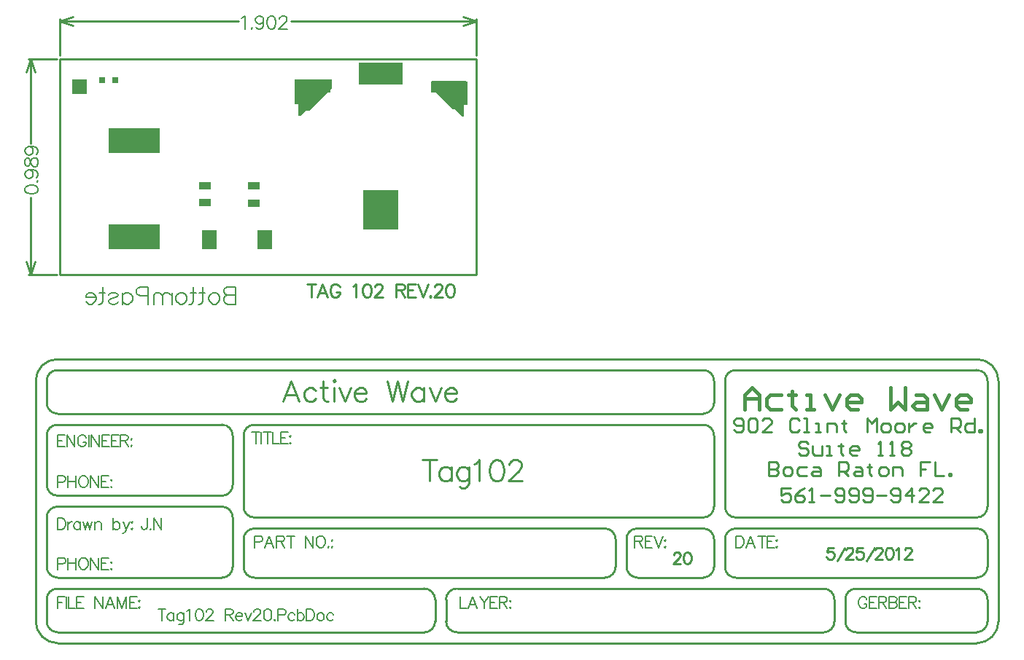
<source format=gbp>
%FSLAX25Y25*%
%MOIN*%
G70*
G01*
G75*
G04 Layer_Color=128*
%ADD10C,0.03000*%
%ADD11R,0.03600X0.03600*%
%ADD12R,0.05000X0.03600*%
%ADD13R,0.08000X0.06000*%
%ADD14R,0.02362X0.02362*%
%ADD15C,0.04000*%
%ADD16R,0.07400X0.04500*%
%ADD17R,0.03600X0.03600*%
%ADD18R,0.03600X0.05000*%
%ADD19R,0.02000X0.05000*%
%ADD20R,0.06299X0.05906*%
%ADD21R,0.02362X0.10000*%
%ADD22R,0.02362X0.09000*%
%ADD23R,0.07000X0.02362*%
%ADD24R,0.09000X0.02362*%
%ADD25O,0.02400X0.08000*%
%ADD26R,0.01378X0.03543*%
%ADD27R,0.01378X0.03543*%
%ADD28O,0.01600X0.06000*%
%ADD29O,0.01600X0.06000*%
%ADD30R,0.03000X0.03000*%
%ADD31R,0.03000X0.03000*%
%ADD32C,0.01000*%
%ADD33C,0.01228*%
%ADD34C,0.02000*%
%ADD35C,0.01200*%
%ADD36C,0.00800*%
%ADD37C,0.01400*%
%ADD38C,0.01500*%
%ADD39C,0.02500*%
%ADD40C,0.01600*%
%ADD41C,0.00600*%
%ADD42C,0.00900*%
%ADD43C,0.00500*%
%ADD44C,0.12200*%
%ADD45C,0.07000*%
%ADD46O,0.04000X0.06000*%
%ADD47C,0.06200*%
%ADD48R,0.06200X0.06200*%
%ADD49C,0.06000*%
%ADD50C,0.02800*%
%ADD51R,0.05700X0.03500*%
%ADD52R,0.07000X0.07000*%
%ADD53R,0.06693X0.09055*%
%ADD54R,0.23622X0.11811*%
%ADD55R,0.16000X0.18000*%
%ADD56R,0.20000X0.10000*%
%ADD57C,0.02000*%
%ADD58C,0.03200*%
%ADD59C,0.00984*%
%ADD60C,0.03500*%
%ADD61R,0.05500X0.07800*%
%ADD62R,0.05500X0.08300*%
G36*
X295Y7200D02*
X700D01*
Y-3400D01*
X-900D01*
Y-8500D01*
X-1700D01*
X-4900Y-5300D01*
X-5700D01*
X-13663Y2500D01*
X-15800D01*
Y7200D01*
X-15500D01*
Y7700D01*
X300D01*
X295Y7200D01*
D02*
G37*
G36*
X-61300Y4100D02*
X-61700Y3700D01*
Y2500D01*
X-62900D01*
X-71400Y-6000D01*
X-73336D01*
X-75500Y-8200D01*
X-76500D01*
Y-3100D01*
X-78200D01*
Y8200D01*
X-61300D01*
Y4100D01*
D02*
G37*
D31*
X-160200Y7900D02*
D03*
X-166200D02*
D03*
D32*
X-200000Y17800D02*
X-186900D01*
X-200000Y-81100D02*
X-186900D01*
X-199000Y-20838D02*
Y17800D01*
Y-81100D02*
Y-45662D01*
X-201000Y11800D02*
X-199000Y17800D01*
X-197000Y11800D01*
X-199000Y-81100D02*
X-197000Y-75100D01*
X-201000D02*
X-199000Y-81100D01*
X4800Y19300D02*
Y36000D01*
X-185400Y19300D02*
Y36000D01*
X-79817Y35000D02*
X4800D01*
X-185400D02*
X-103983D01*
X-1200Y37000D02*
X4800Y35000D01*
X-1200Y33000D02*
X4800Y35000D01*
X-185400D02*
X-179400Y33000D01*
X-185400Y35000D02*
X-179400Y37000D01*
X4800Y-81100D02*
Y17800D01*
X-185400D02*
X4800D01*
X-185400Y-81100D02*
X4800D01*
X-185400D02*
Y17800D01*
X-70600Y-85201D02*
Y-91200D01*
X-72600Y-85201D02*
X-68601D01*
X-63316Y-91200D02*
X-65601Y-85201D01*
X-67887Y-91200D01*
X-67030Y-89200D02*
X-64173D01*
X-57632Y-86629D02*
X-57917Y-86058D01*
X-58489Y-85487D01*
X-59060Y-85201D01*
X-60203D01*
X-60774Y-85487D01*
X-61345Y-86058D01*
X-61631Y-86629D01*
X-61917Y-87486D01*
Y-88915D01*
X-61631Y-89772D01*
X-61345Y-90343D01*
X-60774Y-90914D01*
X-60203Y-91200D01*
X-59060D01*
X-58489Y-90914D01*
X-57917Y-90343D01*
X-57632Y-89772D01*
Y-88915D01*
X-59060D02*
X-57632D01*
X-51547Y-86344D02*
X-50976Y-86058D01*
X-50119Y-85201D01*
Y-91200D01*
X-45434Y-85201D02*
X-46291Y-85487D01*
X-46863Y-86344D01*
X-47148Y-87772D01*
Y-88629D01*
X-46863Y-90057D01*
X-46291Y-90914D01*
X-45434Y-91200D01*
X-44863D01*
X-44006Y-90914D01*
X-43435Y-90057D01*
X-43149Y-88629D01*
Y-87772D01*
X-43435Y-86344D01*
X-44006Y-85487D01*
X-44863Y-85201D01*
X-45434D01*
X-41521Y-86629D02*
Y-86344D01*
X-41235Y-85773D01*
X-40950Y-85487D01*
X-40378Y-85201D01*
X-39236D01*
X-38664Y-85487D01*
X-38379Y-85773D01*
X-38093Y-86344D01*
Y-86915D01*
X-38379Y-87486D01*
X-38950Y-88344D01*
X-41807Y-91200D01*
X-37808D01*
X-31752Y-85201D02*
Y-91200D01*
Y-85201D02*
X-29181D01*
X-28324Y-85487D01*
X-28038Y-85773D01*
X-27753Y-86344D01*
Y-86915D01*
X-28038Y-87486D01*
X-28324Y-87772D01*
X-29181Y-88058D01*
X-31752D01*
X-29752D02*
X-27753Y-91200D01*
X-22696Y-85201D02*
X-26410D01*
Y-91200D01*
X-22696D01*
X-26410Y-88058D02*
X-24125D01*
X-21697Y-85201D02*
X-19411Y-91200D01*
X-17126Y-85201D02*
X-19411Y-91200D01*
X-16069Y-90629D02*
X-16355Y-90914D01*
X-16069Y-91200D01*
X-15784Y-90914D01*
X-16069Y-90629D01*
X-14184Y-86629D02*
Y-86344D01*
X-13898Y-85773D01*
X-13613Y-85487D01*
X-13041Y-85201D01*
X-11899D01*
X-11327Y-85487D01*
X-11042Y-85773D01*
X-10756Y-86344D01*
Y-86915D01*
X-11042Y-87486D01*
X-11613Y-88344D01*
X-14470Y-91200D01*
X-10470D01*
X-7414Y-85201D02*
X-8271Y-85487D01*
X-8842Y-86344D01*
X-9128Y-87772D01*
Y-88629D01*
X-8842Y-90057D01*
X-8271Y-90914D01*
X-7414Y-91200D01*
X-6843D01*
X-5986Y-90914D01*
X-5414Y-90057D01*
X-5129Y-88629D01*
Y-87772D01*
X-5414Y-86344D01*
X-5986Y-85487D01*
X-6843Y-85201D01*
X-7414D01*
X-14008Y-229618D02*
G03*
X-19008Y-224618I-5000J0D01*
G01*
X-18892Y-244618D02*
G03*
X-14010Y-239650I84J4800D01*
G01*
X-4008Y-224618D02*
G03*
X-9008Y-229618I0J-5000D01*
G01*
Y-239618D02*
G03*
X-4095Y-244617I5000J0D01*
G01*
X168492Y-229618D02*
G03*
X163492Y-224618I-5000J0D01*
G01*
X163608Y-244618D02*
G03*
X168490Y-239650I84J4800D01*
G01*
X173492Y-239718D02*
G03*
X178478Y-244617I4900J0D01*
G01*
X178492Y-224618D02*
G03*
X173492Y-229618I0J-5000D01*
G01*
X-106508Y-154518D02*
G03*
X-111408Y-149618I-4900J0D01*
G01*
X-111308Y-182118D02*
G03*
X-106508Y-177318I0J4800D01*
G01*
Y-192018D02*
G03*
X-111579Y-187121I-4900J0D01*
G01*
X-101508Y-187218D02*
G03*
X-96608Y-192118I4900J0D01*
G01*
X-101508Y-214718D02*
G03*
X-96608Y-219618I4900J0D01*
G01*
X-111408D02*
G03*
X-106508Y-214718I0J4900D01*
G01*
X68492Y-202018D02*
G03*
X63592Y-197118I-4900J0D01*
G01*
Y-219618D02*
G03*
X68491Y-214632I0J4900D01*
G01*
X73492Y-214518D02*
G03*
X78503Y-219617I5100J0D01*
G01*
X78292Y-197118D02*
G03*
X73499Y-202169I0J-4800D01*
G01*
X-96508Y-197118D02*
G03*
X-101508Y-202118I0J-5000D01*
G01*
X-96508Y-149618D02*
G03*
X-101508Y-154618I0J-5000D01*
G01*
X-191508Y-214618D02*
G03*
X-186595Y-219617I5000J0D01*
G01*
X-186508Y-187118D02*
G03*
X-191508Y-192118I0J-5000D01*
G01*
Y-177118D02*
G03*
X-186508Y-182118I5000J0D01*
G01*
Y-149618D02*
G03*
X-191508Y-154618I0J-5000D01*
G01*
Y-139618D02*
G03*
X-186508Y-144618I5000J0D01*
G01*
Y-124618D02*
G03*
X-191508Y-129618I0J-5000D01*
G01*
X113492D02*
G03*
X108492Y-124618I-5000J0D01*
G01*
X123492D02*
G03*
X118492Y-129618I0J-5000D01*
G01*
X108492Y-144618D02*
G03*
X113492Y-139618I0J5000D01*
G01*
Y-154618D02*
G03*
X108492Y-149618I-5000J0D01*
G01*
X-186508Y-224618D02*
G03*
X-191508Y-229618I0J-5000D01*
G01*
X108579Y-192118D02*
G03*
X113493Y-187118I-87J5000D01*
G01*
X-191508Y-239618D02*
G03*
X-186595Y-244617I5000J0D01*
G01*
X113492Y-202018D02*
G03*
X108592Y-197118I-4900J0D01*
G01*
X118492Y-214718D02*
G03*
X123477Y-219617I4900J0D01*
G01*
X108492Y-219618D02*
G03*
X113492Y-214618I0J5000D01*
G01*
X233492Y-244618D02*
G03*
X238492Y-239618I0J5000D01*
G01*
X238492Y-229530D02*
G03*
X233492Y-224617I-5000J-87D01*
G01*
Y-219618D02*
G03*
X238492Y-214618I0J5000D01*
G01*
Y-129518D02*
G03*
X233421Y-124621I-4900J0D01*
G01*
X243492Y-129618D02*
G03*
X233492Y-119618I-10000J0D01*
G01*
Y-249618D02*
G03*
X243492Y-239618I0J10000D01*
G01*
X-196508Y-239518D02*
G03*
X-186584Y-249616I10100J0D01*
G01*
X-186508Y-119618D02*
G03*
X-196508Y-129618I0J-10000D01*
G01*
X118492Y-187118D02*
G03*
X123492Y-192118I5000J0D01*
G01*
X233492D02*
G03*
X238492Y-187118I0J5000D01*
G01*
X123492Y-197118D02*
G03*
X118492Y-202118I0J-5000D01*
G01*
X238492Y-202018D02*
G03*
X233592Y-197118I-4900J0D01*
G01*
X-4008Y-244618D02*
X163492D01*
X-186508D02*
X-19008D01*
X-186508Y-224618D02*
X-19008D01*
X-4008D02*
X163492D01*
X178492Y-244618D02*
X233492D01*
X178492Y-224618D02*
X233492D01*
X-186508Y-124618D02*
X108492D01*
X-186508Y-249618D02*
X233492D01*
X-186508Y-119618D02*
X233492D01*
X-186508Y-219618D02*
X-111508D01*
X-186508Y-187118D02*
X-111508D01*
X-186508Y-182118D02*
X-111508D01*
X-186508Y-149618D02*
X-111508D01*
X-186508Y-144618D02*
X108492D01*
X-96508Y-149618D02*
X108492D01*
X-96508Y-197118D02*
X63492D01*
X-96508Y-219618D02*
X63492D01*
X78492D02*
X108492D01*
X78492Y-197118D02*
X108492D01*
X123492Y-219618D02*
X233492D01*
X123492Y-124618D02*
X233492D01*
X-96508Y-192118D02*
X108492D01*
X123492D02*
X233492D01*
X123492Y-197118D02*
X233492D01*
X-14008Y-239618D02*
Y-229618D01*
X-9008Y-239618D02*
Y-229618D01*
X168492Y-239618D02*
Y-229618D01*
X173492Y-239618D02*
Y-229618D01*
X243492Y-239618D02*
Y-129618D01*
X-191508Y-214618D02*
Y-192118D01*
X-106508Y-214618D02*
Y-192118D01*
X-191508Y-177118D02*
Y-154618D01*
X-106508Y-177118D02*
Y-154618D01*
X-191508Y-139618D02*
Y-129618D01*
X113492Y-139618D02*
Y-129618D01*
Y-187118D02*
Y-154618D01*
X-101508Y-187118D02*
Y-154618D01*
X68492Y-214618D02*
Y-202118D01*
X-101508Y-214618D02*
Y-202118D01*
X73492Y-214618D02*
Y-202118D01*
X113492Y-214618D02*
Y-202118D01*
X238492Y-239618D02*
Y-229618D01*
X-191508Y-239618D02*
Y-229618D01*
X-196508Y-239618D02*
Y-129618D01*
X118492Y-187118D02*
Y-129618D01*
X238492Y-187118D02*
Y-129618D01*
X118492Y-214618D02*
Y-202118D01*
X238492Y-214618D02*
Y-202018D01*
X138652Y-166692D02*
Y-173090D01*
X141851D01*
X142918Y-172023D01*
Y-170957D01*
X141851Y-169891D01*
X138652D01*
X141851D01*
X142918Y-168825D01*
Y-167758D01*
X141851Y-166692D01*
X138652D01*
X146116Y-173090D02*
X148249D01*
X149316Y-172023D01*
Y-169891D01*
X148249Y-168825D01*
X146116D01*
X145050Y-169891D01*
Y-172023D01*
X146116Y-173090D01*
X155713Y-168825D02*
X152514D01*
X151448Y-169891D01*
Y-172023D01*
X152514Y-173090D01*
X155713D01*
X158912Y-168825D02*
X161045D01*
X162111Y-169891D01*
Y-173090D01*
X158912D01*
X157846Y-172023D01*
X158912Y-170957D01*
X162111D01*
X170642Y-173090D02*
Y-166692D01*
X173841D01*
X174907Y-167758D01*
Y-169891D01*
X173841Y-170957D01*
X170642D01*
X172775D02*
X174907Y-173090D01*
X178106Y-168825D02*
X180239D01*
X181305Y-169891D01*
Y-173090D01*
X178106D01*
X177040Y-172023D01*
X178106Y-170957D01*
X181305D01*
X184504Y-167758D02*
Y-168825D01*
X183438D01*
X185570D01*
X184504D01*
Y-172023D01*
X185570Y-173090D01*
X189836D02*
X191968D01*
X193035Y-172023D01*
Y-169891D01*
X191968Y-168825D01*
X189836D01*
X188769Y-169891D01*
Y-172023D01*
X189836Y-173090D01*
X195167D02*
Y-168825D01*
X198366D01*
X199433Y-169891D01*
Y-173090D01*
X212228Y-166692D02*
X207963D01*
Y-169891D01*
X210096D01*
X207963D01*
Y-173090D01*
X214361Y-166692D02*
Y-173090D01*
X218626D01*
X220759D02*
Y-172023D01*
X221825D01*
Y-173090D01*
X220759D01*
X122652Y-152023D02*
X123719Y-153090D01*
X125851D01*
X126918Y-152023D01*
Y-147758D01*
X125851Y-146692D01*
X123719D01*
X122652Y-147758D01*
Y-148825D01*
X123719Y-149891D01*
X126918D01*
X129050Y-147758D02*
X130116Y-146692D01*
X132249D01*
X133316Y-147758D01*
Y-152023D01*
X132249Y-153090D01*
X130116D01*
X129050Y-152023D01*
Y-147758D01*
X139713Y-153090D02*
X135448D01*
X139713Y-148825D01*
Y-147758D01*
X138647Y-146692D01*
X136514D01*
X135448Y-147758D01*
X152509D02*
X151443Y-146692D01*
X149310D01*
X148244Y-147758D01*
Y-152023D01*
X149310Y-153090D01*
X151443D01*
X152509Y-152023D01*
X154642Y-153090D02*
X156774D01*
X155708D01*
Y-146692D01*
X154642D01*
X159974Y-153090D02*
X162106D01*
X161040D01*
Y-148825D01*
X159974D01*
X165305Y-153090D02*
Y-148825D01*
X168504D01*
X169570Y-149891D01*
Y-153090D01*
X172769Y-147758D02*
Y-148825D01*
X171703D01*
X173836D01*
X172769D01*
Y-152023D01*
X173836Y-153090D01*
X183433D02*
Y-146692D01*
X185565Y-148825D01*
X187698Y-146692D01*
Y-153090D01*
X190897D02*
X193029D01*
X194096Y-152023D01*
Y-149891D01*
X193029Y-148825D01*
X190897D01*
X189831Y-149891D01*
Y-152023D01*
X190897Y-153090D01*
X197295D02*
X199427D01*
X200494Y-152023D01*
Y-149891D01*
X199427Y-148825D01*
X197295D01*
X196228Y-149891D01*
Y-152023D01*
X197295Y-153090D01*
X202626Y-148825D02*
Y-153090D01*
Y-150957D01*
X203693Y-149891D01*
X204759Y-148825D01*
X205825D01*
X212223Y-153090D02*
X210091D01*
X209024Y-152023D01*
Y-149891D01*
X210091Y-148825D01*
X212223D01*
X213290Y-149891D01*
Y-150957D01*
X209024D01*
X221820Y-153090D02*
Y-146692D01*
X225019D01*
X226085Y-147758D01*
Y-149891D01*
X225019Y-150957D01*
X221820D01*
X223953D02*
X226085Y-153090D01*
X232483Y-146692D02*
Y-153090D01*
X229284D01*
X228218Y-152023D01*
Y-149891D01*
X229284Y-148825D01*
X232483D01*
X234616Y-153090D02*
Y-152023D01*
X235682D01*
Y-153090D01*
X234616D01*
X148417Y-178692D02*
X144152D01*
Y-181891D01*
X146285Y-180824D01*
X147351D01*
X148417Y-181891D01*
Y-184023D01*
X147351Y-185090D01*
X145219D01*
X144152Y-184023D01*
X154815Y-178692D02*
X152683Y-179758D01*
X150550Y-181891D01*
Y-184023D01*
X151617Y-185090D01*
X153749D01*
X154815Y-184023D01*
Y-182957D01*
X153749Y-181891D01*
X150550D01*
X156948Y-185090D02*
X159081D01*
X158014D01*
Y-178692D01*
X156948Y-179758D01*
X162280Y-181891D02*
X166545D01*
X168678Y-184023D02*
X169744Y-185090D01*
X171877D01*
X172943Y-184023D01*
Y-179758D01*
X171877Y-178692D01*
X169744D01*
X168678Y-179758D01*
Y-180824D01*
X169744Y-181891D01*
X172943D01*
X175076Y-184023D02*
X176142Y-185090D01*
X178275D01*
X179341Y-184023D01*
Y-179758D01*
X178275Y-178692D01*
X176142D01*
X175076Y-179758D01*
Y-180824D01*
X176142Y-181891D01*
X179341D01*
X181474Y-184023D02*
X182540Y-185090D01*
X184672D01*
X185739Y-184023D01*
Y-179758D01*
X184672Y-178692D01*
X182540D01*
X181474Y-179758D01*
Y-180824D01*
X182540Y-181891D01*
X185739D01*
X187871D02*
X192137D01*
X194269Y-184023D02*
X195336Y-185090D01*
X197468D01*
X198535Y-184023D01*
Y-179758D01*
X197468Y-178692D01*
X195336D01*
X194269Y-179758D01*
Y-180824D01*
X195336Y-181891D01*
X198535D01*
X203866Y-185090D02*
Y-178692D01*
X200667Y-181891D01*
X204933D01*
X211331Y-185090D02*
X207065D01*
X211331Y-180824D01*
Y-179758D01*
X210264Y-178692D01*
X208132D01*
X207065Y-179758D01*
X217728Y-185090D02*
X213463D01*
X217728Y-180824D01*
Y-179758D01*
X216662Y-178692D01*
X214529D01*
X213463Y-179758D01*
X156418Y-158258D02*
X155351Y-157192D01*
X153219D01*
X152152Y-158258D01*
Y-159325D01*
X153219Y-160391D01*
X155351D01*
X156418Y-161457D01*
Y-162523D01*
X155351Y-163590D01*
X153219D01*
X152152Y-162523D01*
X158550Y-159325D02*
Y-162523D01*
X159616Y-163590D01*
X162815D01*
Y-159325D01*
X164948Y-163590D02*
X167081D01*
X166014D01*
Y-159325D01*
X164948D01*
X171346Y-158258D02*
Y-159325D01*
X170280D01*
X172412D01*
X171346D01*
Y-162523D01*
X172412Y-163590D01*
X178810D02*
X176678D01*
X175611Y-162523D01*
Y-160391D01*
X176678Y-159325D01*
X178810D01*
X179877Y-160391D01*
Y-161457D01*
X175611D01*
X188407Y-163590D02*
X190540D01*
X189473D01*
Y-157192D01*
X188407Y-158258D01*
X193739Y-163590D02*
X195871D01*
X194805D01*
Y-157192D01*
X193739Y-158258D01*
X199070D02*
X200137Y-157192D01*
X202269D01*
X203336Y-158258D01*
Y-159325D01*
X202269Y-160391D01*
X203336Y-161457D01*
Y-162523D01*
X202269Y-163590D01*
X200137D01*
X199070Y-162523D01*
Y-161457D01*
X200137Y-160391D01*
X199070Y-159325D01*
Y-158258D01*
X200137Y-160391D02*
X202269D01*
D36*
X-105300Y-86502D02*
Y-94500D01*
Y-86502D02*
X-108728D01*
X-109871Y-86883D01*
X-110251Y-87264D01*
X-110632Y-88025D01*
Y-88787D01*
X-110251Y-89549D01*
X-109871Y-89929D01*
X-108728Y-90310D01*
X-105300D02*
X-108728D01*
X-109871Y-90691D01*
X-110251Y-91072D01*
X-110632Y-91834D01*
Y-92976D01*
X-110251Y-93738D01*
X-109871Y-94119D01*
X-108728Y-94500D01*
X-105300D01*
X-114327Y-89168D02*
X-113565Y-89549D01*
X-112803Y-90310D01*
X-112422Y-91453D01*
Y-92215D01*
X-112803Y-93357D01*
X-113565Y-94119D01*
X-114327Y-94500D01*
X-115469D01*
X-116231Y-94119D01*
X-116993Y-93357D01*
X-117374Y-92215D01*
Y-91453D01*
X-116993Y-90310D01*
X-116231Y-89549D01*
X-115469Y-89168D01*
X-114327D01*
X-120268Y-86502D02*
Y-92976D01*
X-120649Y-94119D01*
X-121411Y-94500D01*
X-122173D01*
X-119126Y-89168D02*
X-121792D01*
X-124458Y-86502D02*
Y-92976D01*
X-124839Y-94119D01*
X-125600Y-94500D01*
X-126362D01*
X-123315Y-89168D02*
X-125981D01*
X-129409D02*
X-128647Y-89549D01*
X-127886Y-90310D01*
X-127505Y-91453D01*
Y-92215D01*
X-127886Y-93357D01*
X-128647Y-94119D01*
X-129409Y-94500D01*
X-130552D01*
X-131314Y-94119D01*
X-132075Y-93357D01*
X-132456Y-92215D01*
Y-91453D01*
X-132075Y-90310D01*
X-131314Y-89549D01*
X-130552Y-89168D01*
X-129409D01*
X-134208D02*
Y-94500D01*
Y-90691D02*
X-135351Y-89549D01*
X-136112Y-89168D01*
X-137255D01*
X-138017Y-89549D01*
X-138398Y-90691D01*
Y-94500D01*
Y-90691D02*
X-139540Y-89549D01*
X-140302Y-89168D01*
X-141445D01*
X-142206Y-89549D01*
X-142587Y-90691D01*
Y-94500D01*
X-145101Y-90691D02*
X-148529D01*
X-149671Y-90310D01*
X-150052Y-89929D01*
X-150433Y-89168D01*
Y-88025D01*
X-150052Y-87264D01*
X-149671Y-86883D01*
X-148529Y-86502D01*
X-145101D01*
Y-94500D01*
X-156794Y-89168D02*
Y-94500D01*
Y-90310D02*
X-156032Y-89549D01*
X-155270Y-89168D01*
X-154128D01*
X-153366Y-89549D01*
X-152604Y-90310D01*
X-152223Y-91453D01*
Y-92215D01*
X-152604Y-93357D01*
X-153366Y-94119D01*
X-154128Y-94500D01*
X-155270D01*
X-156032Y-94119D01*
X-156794Y-93357D01*
X-163116Y-90310D02*
X-162735Y-89549D01*
X-161593Y-89168D01*
X-160450D01*
X-159308Y-89549D01*
X-158927Y-90310D01*
X-159308Y-91072D01*
X-160069Y-91453D01*
X-161974Y-91834D01*
X-162735Y-92215D01*
X-163116Y-92976D01*
Y-93357D01*
X-162735Y-94119D01*
X-161593Y-94500D01*
X-160450D01*
X-159308Y-94119D01*
X-158927Y-93357D01*
X-165935Y-86502D02*
Y-92976D01*
X-166315Y-94119D01*
X-167077Y-94500D01*
X-167839D01*
X-164792Y-89168D02*
X-167458D01*
X-168982Y-91453D02*
X-173552D01*
Y-90691D01*
X-173171Y-89929D01*
X-172790Y-89549D01*
X-172029Y-89168D01*
X-170886D01*
X-170124Y-89549D01*
X-169362Y-90310D01*
X-168982Y-91453D01*
Y-92215D01*
X-169362Y-93357D01*
X-170124Y-94119D01*
X-170886Y-94500D01*
X-172029D01*
X-172790Y-94119D01*
X-173552Y-93357D01*
X-145672Y-192391D02*
Y-196454D01*
X-145926Y-197215D01*
X-146180Y-197469D01*
X-146688Y-197723D01*
X-147196D01*
X-147704Y-197469D01*
X-147958Y-197215D01*
X-148212Y-196454D01*
Y-195946D01*
X-144047Y-197215D02*
X-144301Y-197469D01*
X-144047Y-197723D01*
X-143793Y-197469D01*
X-144047Y-197215D01*
X-142625Y-192391D02*
Y-197723D01*
Y-192391D02*
X-139070Y-197723D01*
Y-192391D02*
Y-197723D01*
D38*
X127652Y-142590D02*
Y-135925D01*
X130984Y-132593D01*
X134317Y-135925D01*
Y-142590D01*
Y-137591D01*
X127652D01*
X144314Y-135925D02*
X139315D01*
X137649Y-137591D01*
Y-140924D01*
X139315Y-142590D01*
X144314D01*
X149312Y-134259D02*
Y-135925D01*
X147646D01*
X150978D01*
X149312D01*
Y-140924D01*
X150978Y-142590D01*
X155976D02*
X159309D01*
X157643D01*
Y-135925D01*
X155976D01*
X164307D02*
X167639Y-142590D01*
X170972Y-135925D01*
X179302Y-142590D02*
X175970D01*
X174304Y-140924D01*
Y-137591D01*
X175970Y-135925D01*
X179302D01*
X180968Y-137591D01*
Y-139258D01*
X174304D01*
X194297Y-132593D02*
Y-142590D01*
X197630Y-139258D01*
X200962Y-142590D01*
Y-132593D01*
X205960Y-135925D02*
X209293D01*
X210959Y-137591D01*
Y-142590D01*
X205960D01*
X204294Y-140924D01*
X205960Y-139258D01*
X210959D01*
X214291Y-135925D02*
X217623Y-142590D01*
X220955Y-135925D01*
X229286Y-142590D02*
X225954D01*
X224288Y-140924D01*
Y-137591D01*
X225954Y-135925D01*
X229286D01*
X230952Y-137591D01*
Y-139258D01*
X224288D01*
D41*
X-201399Y-42348D02*
X-201114Y-43205D01*
X-200257Y-43776D01*
X-198828Y-44062D01*
X-197971D01*
X-196543Y-43776D01*
X-195686Y-43205D01*
X-195401Y-42348D01*
Y-41777D01*
X-195686Y-40920D01*
X-196543Y-40349D01*
X-197971Y-40063D01*
X-198828D01*
X-200257Y-40349D01*
X-201114Y-40920D01*
X-201399Y-41777D01*
Y-42348D01*
X-195972Y-38435D02*
X-195686Y-38720D01*
X-195401Y-38435D01*
X-195686Y-38149D01*
X-195972Y-38435D01*
X-199400Y-33121D02*
X-198543Y-33407D01*
X-197971Y-33978D01*
X-197686Y-34835D01*
Y-35121D01*
X-197971Y-35978D01*
X-198543Y-36549D01*
X-199400Y-36835D01*
X-199685D01*
X-200542Y-36549D01*
X-201114Y-35978D01*
X-201399Y-35121D01*
Y-34835D01*
X-201114Y-33978D01*
X-200542Y-33407D01*
X-199400Y-33121D01*
X-197971D01*
X-196543Y-33407D01*
X-195686Y-33978D01*
X-195401Y-34835D01*
Y-35407D01*
X-195686Y-36264D01*
X-196258Y-36549D01*
X-201399Y-30065D02*
X-201114Y-30922D01*
X-200542Y-31208D01*
X-199971D01*
X-199400Y-30922D01*
X-199114Y-30351D01*
X-198828Y-29208D01*
X-198543Y-28351D01*
X-197971Y-27780D01*
X-197400Y-27494D01*
X-196543D01*
X-195972Y-27780D01*
X-195686Y-28065D01*
X-195401Y-28922D01*
Y-30065D01*
X-195686Y-30922D01*
X-195972Y-31208D01*
X-196543Y-31493D01*
X-197400D01*
X-197971Y-31208D01*
X-198543Y-30636D01*
X-198828Y-29779D01*
X-199114Y-28637D01*
X-199400Y-28065D01*
X-199971Y-27780D01*
X-200542D01*
X-201114Y-28065D01*
X-201399Y-28922D01*
Y-30065D01*
X-199400Y-22438D02*
X-198543Y-22724D01*
X-197971Y-23295D01*
X-197686Y-24152D01*
Y-24438D01*
X-197971Y-25295D01*
X-198543Y-25866D01*
X-199400Y-26151D01*
X-199685D01*
X-200542Y-25866D01*
X-201114Y-25295D01*
X-201399Y-24438D01*
Y-24152D01*
X-201114Y-23295D01*
X-200542Y-22724D01*
X-199400Y-22438D01*
X-197971D01*
X-196543Y-22724D01*
X-195686Y-23295D01*
X-195401Y-24152D01*
Y-24723D01*
X-195686Y-25580D01*
X-196258Y-25866D01*
X-102383Y36257D02*
X-101812Y36542D01*
X-100955Y37399D01*
Y31401D01*
X-97699Y31972D02*
X-97984Y31686D01*
X-97699Y31401D01*
X-97413Y31686D01*
X-97699Y31972D01*
X-92386Y35400D02*
X-92671Y34543D01*
X-93243Y33972D01*
X-94099Y33686D01*
X-94385D01*
X-95242Y33972D01*
X-95814Y34543D01*
X-96099Y35400D01*
Y35685D01*
X-95814Y36542D01*
X-95242Y37114D01*
X-94385Y37399D01*
X-94099D01*
X-93243Y37114D01*
X-92671Y36542D01*
X-92386Y35400D01*
Y33972D01*
X-92671Y32543D01*
X-93243Y31686D01*
X-94099Y31401D01*
X-94671D01*
X-95528Y31686D01*
X-95814Y32258D01*
X-89043Y37399D02*
X-89900Y37114D01*
X-90472Y36257D01*
X-90757Y34828D01*
Y33972D01*
X-90472Y32543D01*
X-89900Y31686D01*
X-89043Y31401D01*
X-88472D01*
X-87615Y31686D01*
X-87044Y32543D01*
X-86758Y33972D01*
Y34828D01*
X-87044Y36257D01*
X-87615Y37114D01*
X-88472Y37399D01*
X-89043D01*
X-85130Y35971D02*
Y36257D01*
X-84844Y36828D01*
X-84559Y37114D01*
X-83987Y37399D01*
X-82845D01*
X-82274Y37114D01*
X-81988Y36828D01*
X-81702Y36257D01*
Y35685D01*
X-81988Y35114D01*
X-82559Y34257D01*
X-85416Y31401D01*
X-81416D01*
D42*
X-16501Y-165802D02*
Y-175400D01*
X-19700Y-165802D02*
X-13301D01*
X-6674Y-169001D02*
Y-175400D01*
Y-170372D02*
X-7588Y-169458D01*
X-8502Y-169001D01*
X-9873D01*
X-10788Y-169458D01*
X-11702Y-170372D01*
X-12159Y-171744D01*
Y-172658D01*
X-11702Y-174029D01*
X-10788Y-174943D01*
X-9873Y-175400D01*
X-8502D01*
X-7588Y-174943D01*
X-6674Y-174029D01*
X1370Y-169001D02*
Y-176314D01*
X913Y-177685D01*
X456Y-178142D01*
X-458Y-178599D01*
X-1830D01*
X-2744Y-178142D01*
X1370Y-170372D02*
X456Y-169458D01*
X-458Y-169001D01*
X-1830D01*
X-2744Y-169458D01*
X-3658Y-170372D01*
X-4115Y-171744D01*
Y-172658D01*
X-3658Y-174029D01*
X-2744Y-174943D01*
X-1830Y-175400D01*
X-458D01*
X456Y-174943D01*
X1370Y-174029D01*
X3929Y-167630D02*
X4843Y-167173D01*
X6214Y-165802D01*
Y-175400D01*
X13710Y-165802D02*
X12339Y-166259D01*
X11425Y-167630D01*
X10968Y-169915D01*
Y-171287D01*
X11425Y-173572D01*
X12339Y-174943D01*
X13710Y-175400D01*
X14624D01*
X15995Y-174943D01*
X16909Y-173572D01*
X17366Y-171287D01*
Y-169915D01*
X16909Y-167630D01*
X15995Y-166259D01*
X14624Y-165802D01*
X13710D01*
X19972Y-168087D02*
Y-167630D01*
X20428Y-166716D01*
X20886Y-166259D01*
X21800Y-165802D01*
X23628D01*
X24542Y-166259D01*
X24999Y-166716D01*
X25456Y-167630D01*
Y-168544D01*
X24999Y-169458D01*
X24085Y-170829D01*
X19514Y-175400D01*
X25913D01*
X-76195Y-139118D02*
X-79852Y-129520D01*
X-83508Y-139118D01*
X-82137Y-135918D02*
X-77566D01*
X-68471Y-134090D02*
X-69385Y-133176D01*
X-70300Y-132719D01*
X-71671D01*
X-72585Y-133176D01*
X-73499Y-134090D01*
X-73956Y-135461D01*
Y-136375D01*
X-73499Y-137747D01*
X-72585Y-138661D01*
X-71671Y-139118D01*
X-70300D01*
X-69385Y-138661D01*
X-68471Y-137747D01*
X-65043Y-129520D02*
Y-137290D01*
X-64586Y-138661D01*
X-63672Y-139118D01*
X-62758D01*
X-66415Y-132719D02*
X-63215D01*
X-60473Y-129520D02*
X-60016Y-129977D01*
X-59559Y-129520D01*
X-60016Y-129063D01*
X-60473Y-129520D01*
X-60016Y-132719D02*
Y-139118D01*
X-57868Y-132719D02*
X-55126Y-139118D01*
X-52383Y-132719D02*
X-55126Y-139118D01*
X-50829Y-135461D02*
X-45345D01*
Y-134547D01*
X-45802Y-133633D01*
X-46259Y-133176D01*
X-47173Y-132719D01*
X-48544D01*
X-49458Y-133176D01*
X-50372Y-134090D01*
X-50829Y-135461D01*
Y-136375D01*
X-50372Y-137747D01*
X-49458Y-138661D01*
X-48544Y-139118D01*
X-47173D01*
X-46259Y-138661D01*
X-45345Y-137747D01*
X-35747Y-129520D02*
X-33462Y-139118D01*
X-31176Y-129520D02*
X-33462Y-139118D01*
X-31176Y-129520D02*
X-28891Y-139118D01*
X-26606Y-129520D02*
X-28891Y-139118D01*
X-19202Y-132719D02*
Y-139118D01*
Y-134090D02*
X-20116Y-133176D01*
X-21030Y-132719D01*
X-22401D01*
X-23315Y-133176D01*
X-24229Y-134090D01*
X-24686Y-135461D01*
Y-136375D01*
X-24229Y-137747D01*
X-23315Y-138661D01*
X-22401Y-139118D01*
X-21030D01*
X-20116Y-138661D01*
X-19202Y-137747D01*
X-16642Y-132719D02*
X-13900Y-139118D01*
X-11158Y-132719D02*
X-13900Y-139118D01*
X-9604Y-135461D02*
X-4119D01*
Y-134547D01*
X-4576Y-133633D01*
X-5034Y-133176D01*
X-5948Y-132719D01*
X-7319D01*
X-8233Y-133176D01*
X-9147Y-134090D01*
X-9604Y-135461D01*
Y-136375D01*
X-9147Y-137747D01*
X-8233Y-138661D01*
X-7319Y-139118D01*
X-5948D01*
X-5034Y-138661D01*
X-4119Y-137747D01*
X94996Y-209305D02*
Y-209051D01*
X95250Y-208543D01*
X95504Y-208289D01*
X96012Y-208035D01*
X97027D01*
X97535Y-208289D01*
X97789Y-208543D01*
X98043Y-209051D01*
Y-209559D01*
X97789Y-210067D01*
X97281Y-210828D01*
X94742Y-213368D01*
X98297D01*
X101014Y-208035D02*
X100252Y-208289D01*
X99744Y-209051D01*
X99490Y-210321D01*
Y-211083D01*
X99744Y-212352D01*
X100252Y-213114D01*
X101014Y-213368D01*
X101522D01*
X102283Y-213114D01*
X102791Y-212352D01*
X103045Y-211083D01*
Y-210321D01*
X102791Y-209051D01*
X102283Y-208289D01*
X101522Y-208035D01*
X101014D01*
X168016Y-205831D02*
X165477D01*
X165223Y-208117D01*
X165477Y-207863D01*
X166239Y-207609D01*
X167000D01*
X167762Y-207863D01*
X168270Y-208370D01*
X168524Y-209132D01*
Y-209640D01*
X168270Y-210402D01*
X167762Y-210910D01*
X167000Y-211164D01*
X166239D01*
X165477Y-210910D01*
X165223Y-210656D01*
X164969Y-210148D01*
X169717Y-211925D02*
X173272Y-205831D01*
X173882Y-207101D02*
Y-206847D01*
X174135Y-206339D01*
X174389Y-206085D01*
X174897Y-205831D01*
X175913D01*
X176421Y-206085D01*
X176675Y-206339D01*
X176929Y-206847D01*
Y-207355D01*
X176675Y-207863D01*
X176167Y-208624D01*
X173628Y-211164D01*
X177182D01*
X181423Y-205831D02*
X178884D01*
X178630Y-208117D01*
X178884Y-207863D01*
X179646Y-207609D01*
X180407D01*
X181169Y-207863D01*
X181677Y-208370D01*
X181931Y-209132D01*
Y-209640D01*
X181677Y-210402D01*
X181169Y-210910D01*
X180407Y-211164D01*
X179646D01*
X178884Y-210910D01*
X178630Y-210656D01*
X178376Y-210148D01*
X183124Y-211925D02*
X186679Y-205831D01*
X187288Y-207101D02*
Y-206847D01*
X187542Y-206339D01*
X187796Y-206085D01*
X188304Y-205831D01*
X189320D01*
X189828Y-206085D01*
X190082Y-206339D01*
X190335Y-206847D01*
Y-207355D01*
X190082Y-207863D01*
X189574Y-208624D01*
X187034Y-211164D01*
X190589D01*
X193306Y-205831D02*
X192544Y-206085D01*
X192037Y-206847D01*
X191783Y-208117D01*
Y-208878D01*
X192037Y-210148D01*
X192544Y-210910D01*
X193306Y-211164D01*
X193814D01*
X194576Y-210910D01*
X195084Y-210148D01*
X195338Y-208878D01*
Y-208117D01*
X195084Y-206847D01*
X194576Y-206085D01*
X193814Y-205831D01*
X193306D01*
X196531Y-206847D02*
X197039Y-206593D01*
X197801Y-205831D01*
Y-211164D01*
X200695Y-207101D02*
Y-206847D01*
X200949Y-206339D01*
X201203Y-206085D01*
X201711Y-205831D01*
X202727D01*
X203234Y-206085D01*
X203488Y-206339D01*
X203742Y-206847D01*
Y-207355D01*
X203488Y-207863D01*
X202980Y-208624D01*
X200441Y-211164D01*
X203996D01*
D43*
X183301Y-229555D02*
X183047Y-229047D01*
X182539Y-228539D01*
X182031Y-228286D01*
X181016D01*
X180508Y-228539D01*
X180000Y-229047D01*
X179746Y-229555D01*
X179492Y-230317D01*
Y-231586D01*
X179746Y-232348D01*
X180000Y-232856D01*
X180508Y-233364D01*
X181016Y-233618D01*
X182031D01*
X182539Y-233364D01*
X183047Y-232856D01*
X183301Y-232348D01*
Y-231586D01*
X182031D02*
X183301D01*
X187820Y-228286D02*
X184520D01*
Y-233618D01*
X187820D01*
X184520Y-230825D02*
X186551D01*
X188709Y-228286D02*
Y-233618D01*
Y-228286D02*
X190994D01*
X191756Y-228539D01*
X192010Y-228793D01*
X192264Y-229301D01*
Y-229809D01*
X192010Y-230317D01*
X191756Y-230571D01*
X190994Y-230825D01*
X188709D01*
X190487D02*
X192264Y-233618D01*
X193457Y-228286D02*
Y-233618D01*
Y-228286D02*
X195743D01*
X196504Y-228539D01*
X196758Y-228793D01*
X197012Y-229301D01*
Y-229809D01*
X196758Y-230317D01*
X196504Y-230571D01*
X195743Y-230825D01*
X193457D02*
X195743D01*
X196504Y-231079D01*
X196758Y-231332D01*
X197012Y-231840D01*
Y-232602D01*
X196758Y-233110D01*
X196504Y-233364D01*
X195743Y-233618D01*
X193457D01*
X201506Y-228286D02*
X198205D01*
Y-233618D01*
X201506D01*
X198205Y-230825D02*
X200237D01*
X202395Y-228286D02*
Y-233618D01*
Y-228286D02*
X204680D01*
X205442Y-228539D01*
X205696Y-228793D01*
X205950Y-229301D01*
Y-229809D01*
X205696Y-230317D01*
X205442Y-230571D01*
X204680Y-230825D01*
X202395D01*
X204173D02*
X205950Y-233618D01*
X207397Y-230063D02*
X207143Y-230317D01*
X207397Y-230571D01*
X207651Y-230317D01*
X207397Y-230063D01*
Y-233110D02*
X207143Y-233364D01*
X207397Y-233618D01*
X207651Y-233364D01*
X207397Y-233110D01*
X-186508Y-228286D02*
Y-233618D01*
Y-228286D02*
X-183207D01*
X-186508Y-230825D02*
X-184477D01*
X-182598Y-228286D02*
Y-233618D01*
X-181481Y-228286D02*
Y-233618D01*
X-178434D01*
X-174549Y-228286D02*
X-177849D01*
Y-233618D01*
X-174549D01*
X-177849Y-230825D02*
X-175818D01*
X-169470Y-228286D02*
Y-233618D01*
Y-228286D02*
X-165916Y-233618D01*
Y-228286D02*
Y-233618D01*
X-160380D02*
X-162411Y-228286D01*
X-164443Y-233618D01*
X-163681Y-231840D02*
X-161142D01*
X-159136Y-228286D02*
Y-233618D01*
Y-228286D02*
X-157105Y-233618D01*
X-155073Y-228286D02*
X-157105Y-233618D01*
X-155073Y-228286D02*
Y-233618D01*
X-150249Y-228286D02*
X-153550D01*
Y-233618D01*
X-150249D01*
X-153550Y-230825D02*
X-151518D01*
X-149106Y-230063D02*
X-149360Y-230317D01*
X-149106Y-230571D01*
X-148852Y-230317D01*
X-149106Y-230063D01*
Y-233110D02*
X-149360Y-233364D01*
X-149106Y-233618D01*
X-148852Y-233364D01*
X-149106Y-233110D01*
X-186508Y-192286D02*
Y-197618D01*
Y-192286D02*
X-184731D01*
X-183969Y-192539D01*
X-183461Y-193047D01*
X-183207Y-193555D01*
X-182953Y-194317D01*
Y-195586D01*
X-183207Y-196348D01*
X-183461Y-196856D01*
X-183969Y-197364D01*
X-184731Y-197618D01*
X-186508D01*
X-181760Y-194063D02*
Y-197618D01*
Y-195586D02*
X-181506Y-194825D01*
X-180998Y-194317D01*
X-180490Y-194063D01*
X-179728D01*
X-176199D02*
Y-197618D01*
Y-194825D02*
X-176707Y-194317D01*
X-177215Y-194063D01*
X-177976D01*
X-178484Y-194317D01*
X-178992Y-194825D01*
X-179246Y-195586D01*
Y-196094D01*
X-178992Y-196856D01*
X-178484Y-197364D01*
X-177976Y-197618D01*
X-177215D01*
X-176707Y-197364D01*
X-176199Y-196856D01*
X-174777Y-194063D02*
X-173761Y-197618D01*
X-172746Y-194063D02*
X-173761Y-197618D01*
X-172746Y-194063D02*
X-171730Y-197618D01*
X-170714Y-194063D02*
X-171730Y-197618D01*
X-169470Y-194063D02*
Y-197618D01*
Y-195079D02*
X-168709Y-194317D01*
X-168201Y-194063D01*
X-167439D01*
X-166931Y-194317D01*
X-166677Y-195079D01*
Y-197618D01*
X-161091Y-192286D02*
Y-197618D01*
Y-194825D02*
X-160583Y-194317D01*
X-160075Y-194063D01*
X-159314D01*
X-158806Y-194317D01*
X-158298Y-194825D01*
X-158044Y-195586D01*
Y-196094D01*
X-158298Y-196856D01*
X-158806Y-197364D01*
X-159314Y-197618D01*
X-160075D01*
X-160583Y-197364D01*
X-161091Y-196856D01*
X-156648Y-194063D02*
X-155124Y-197618D01*
X-153601Y-194063D02*
X-155124Y-197618D01*
X-155632Y-198633D01*
X-156140Y-199141D01*
X-156648Y-199395D01*
X-156902D01*
X-152458Y-194063D02*
X-152712Y-194317D01*
X-152458Y-194571D01*
X-152204Y-194317D01*
X-152458Y-194063D01*
Y-197110D02*
X-152712Y-197364D01*
X-152458Y-197618D01*
X-152204Y-197364D01*
X-152458Y-197110D01*
X-95981Y-153035D02*
Y-158368D01*
X-97758Y-153035D02*
X-94203D01*
X-93568D02*
Y-158368D01*
X-90674Y-153035D02*
Y-158368D01*
X-92451Y-153035D02*
X-88896D01*
X-88262D02*
Y-158368D01*
X-85215D01*
X-81330Y-153035D02*
X-84631D01*
Y-158368D01*
X-81330D01*
X-84631Y-155575D02*
X-82599D01*
X-80187Y-154813D02*
X-80441Y-155067D01*
X-80187Y-155321D01*
X-79933Y-155067D01*
X-80187Y-154813D01*
Y-157860D02*
X-80441Y-158114D01*
X-80187Y-158368D01*
X-79933Y-158114D01*
X-80187Y-157860D01*
X-96508Y-203328D02*
X-94223D01*
X-93461Y-203075D01*
X-93207Y-202821D01*
X-92953Y-202313D01*
Y-201551D01*
X-93207Y-201043D01*
X-93461Y-200789D01*
X-94223Y-200535D01*
X-96508D01*
Y-205868D01*
X-87697D02*
X-89728Y-200535D01*
X-91760Y-205868D01*
X-90998Y-204090D02*
X-88459D01*
X-86453Y-200535D02*
Y-205868D01*
Y-200535D02*
X-84168D01*
X-83406Y-200789D01*
X-83152Y-201043D01*
X-82898Y-201551D01*
Y-202059D01*
X-83152Y-202567D01*
X-83406Y-202821D01*
X-84168Y-203075D01*
X-86453D01*
X-84676D02*
X-82898Y-205868D01*
X-79927Y-200535D02*
Y-205868D01*
X-81705Y-200535D02*
X-78150D01*
X-73326D02*
Y-205868D01*
Y-200535D02*
X-69771Y-205868D01*
Y-200535D02*
Y-205868D01*
X-66774Y-200535D02*
X-67282Y-200789D01*
X-67790Y-201297D01*
X-68044Y-201805D01*
X-68298Y-202567D01*
Y-203836D01*
X-68044Y-204598D01*
X-67790Y-205106D01*
X-67282Y-205614D01*
X-66774Y-205868D01*
X-65759D01*
X-65251Y-205614D01*
X-64743Y-205106D01*
X-64489Y-204598D01*
X-64235Y-203836D01*
Y-202567D01*
X-64489Y-201805D01*
X-64743Y-201297D01*
X-65251Y-200789D01*
X-65759Y-200535D01*
X-66774D01*
X-62737Y-205360D02*
X-62991Y-205614D01*
X-62737Y-205868D01*
X-62483Y-205614D01*
X-62737Y-205360D01*
X-61061Y-202313D02*
X-61315Y-202567D01*
X-61061Y-202821D01*
X-60808Y-202567D01*
X-61061Y-202313D01*
Y-205360D02*
X-61315Y-205614D01*
X-61061Y-205868D01*
X-60808Y-205614D01*
X-61061Y-205360D01*
X-183207Y-154286D02*
X-186508D01*
Y-159618D01*
X-183207D01*
X-186508Y-156825D02*
X-184477D01*
X-182318Y-154286D02*
Y-159618D01*
Y-154286D02*
X-178764Y-159618D01*
Y-154286D02*
Y-159618D01*
X-173482Y-155555D02*
X-173736Y-155047D01*
X-174244Y-154539D01*
X-174752Y-154286D01*
X-175767D01*
X-176275Y-154539D01*
X-176783Y-155047D01*
X-177037Y-155555D01*
X-177291Y-156317D01*
Y-157586D01*
X-177037Y-158348D01*
X-176783Y-158856D01*
X-176275Y-159364D01*
X-175767Y-159618D01*
X-174752D01*
X-174244Y-159364D01*
X-173736Y-158856D01*
X-173482Y-158348D01*
Y-157586D01*
X-174752D02*
X-173482D01*
X-172263Y-154286D02*
Y-159618D01*
X-171146Y-154286D02*
Y-159618D01*
Y-154286D02*
X-167591Y-159618D01*
Y-154286D02*
Y-159618D01*
X-162818Y-154286D02*
X-166119D01*
Y-159618D01*
X-162818D01*
X-166119Y-156825D02*
X-164087D01*
X-158628Y-154286D02*
X-161929D01*
Y-159618D01*
X-158628D01*
X-161929Y-156825D02*
X-159898D01*
X-157739Y-154286D02*
Y-159618D01*
Y-154286D02*
X-155454D01*
X-154692Y-154539D01*
X-154438Y-154793D01*
X-154185Y-155301D01*
Y-155809D01*
X-154438Y-156317D01*
X-154692Y-156571D01*
X-155454Y-156825D01*
X-157739D01*
X-155962D02*
X-154185Y-159618D01*
X-152737Y-156063D02*
X-152991Y-156317D01*
X-152737Y-156571D01*
X-152483Y-156317D01*
X-152737Y-156063D01*
Y-159110D02*
X-152991Y-159364D01*
X-152737Y-159618D01*
X-152483Y-159364D01*
X-152737Y-159110D01*
X-2508Y-228286D02*
Y-233618D01*
X539D01*
X5186D02*
X3154Y-228286D01*
X1123Y-233618D01*
X1885Y-231840D02*
X4424D01*
X6430Y-228286D02*
X8461Y-230825D01*
Y-233618D01*
X10492Y-228286D02*
X8461Y-230825D01*
X14479Y-228286D02*
X11178D01*
Y-233618D01*
X14479D01*
X11178Y-230825D02*
X13209D01*
X15368Y-228286D02*
Y-233618D01*
Y-228286D02*
X17653D01*
X18415Y-228539D01*
X18668Y-228793D01*
X18922Y-229301D01*
Y-229809D01*
X18668Y-230317D01*
X18415Y-230571D01*
X17653Y-230825D01*
X15368D01*
X17145D02*
X18922Y-233618D01*
X20370Y-230063D02*
X20116Y-230317D01*
X20370Y-230571D01*
X20624Y-230317D01*
X20370Y-230063D01*
Y-233110D02*
X20116Y-233364D01*
X20370Y-233618D01*
X20624Y-233364D01*
X20370Y-233110D01*
X-186508Y-213329D02*
X-184223D01*
X-183461Y-213075D01*
X-183207Y-212821D01*
X-182953Y-212313D01*
Y-211551D01*
X-183207Y-211043D01*
X-183461Y-210789D01*
X-184223Y-210536D01*
X-186508D01*
Y-215868D01*
X-181760Y-210536D02*
Y-215868D01*
X-178205Y-210536D02*
Y-215868D01*
X-181760Y-213075D02*
X-178205D01*
X-175209Y-210536D02*
X-175717Y-210789D01*
X-176224Y-211297D01*
X-176478Y-211805D01*
X-176732Y-212567D01*
Y-213836D01*
X-176478Y-214598D01*
X-176224Y-215106D01*
X-175717Y-215614D01*
X-175209Y-215868D01*
X-174193D01*
X-173685Y-215614D01*
X-173178Y-215106D01*
X-172924Y-214598D01*
X-172670Y-213836D01*
Y-212567D01*
X-172924Y-211805D01*
X-173178Y-211297D01*
X-173685Y-210789D01*
X-174193Y-210536D01*
X-175209D01*
X-171425D02*
Y-215868D01*
Y-210536D02*
X-167871Y-215868D01*
Y-210536D02*
Y-215868D01*
X-163097Y-210536D02*
X-166398D01*
Y-215868D01*
X-163097D01*
X-166398Y-213075D02*
X-164367D01*
X-161954Y-212313D02*
X-162208Y-212567D01*
X-161954Y-212821D01*
X-161700Y-212567D01*
X-161954Y-212313D01*
Y-215360D02*
X-162208Y-215614D01*
X-161954Y-215868D01*
X-161700Y-215614D01*
X-161954Y-215360D01*
X-186508Y-175829D02*
X-184223D01*
X-183461Y-175575D01*
X-183207Y-175321D01*
X-182953Y-174813D01*
Y-174051D01*
X-183207Y-173543D01*
X-183461Y-173289D01*
X-184223Y-173036D01*
X-186508D01*
Y-178368D01*
X-181760Y-173036D02*
Y-178368D01*
X-178205Y-173036D02*
Y-178368D01*
X-181760Y-175575D02*
X-178205D01*
X-175209Y-173036D02*
X-175717Y-173289D01*
X-176224Y-173797D01*
X-176478Y-174305D01*
X-176732Y-175067D01*
Y-176336D01*
X-176478Y-177098D01*
X-176224Y-177606D01*
X-175717Y-178114D01*
X-175209Y-178368D01*
X-174193D01*
X-173685Y-178114D01*
X-173178Y-177606D01*
X-172924Y-177098D01*
X-172670Y-176336D01*
Y-175067D01*
X-172924Y-174305D01*
X-173178Y-173797D01*
X-173685Y-173289D01*
X-174193Y-173036D01*
X-175209D01*
X-171425D02*
Y-178368D01*
Y-173036D02*
X-167871Y-178368D01*
Y-173036D02*
Y-178368D01*
X-163097Y-173036D02*
X-166398D01*
Y-178368D01*
X-163097D01*
X-166398Y-175575D02*
X-164367D01*
X-161954Y-174813D02*
X-162208Y-175067D01*
X-161954Y-175321D01*
X-161700Y-175067D01*
X-161954Y-174813D01*
Y-177860D02*
X-162208Y-178114D01*
X-161954Y-178368D01*
X-161700Y-178114D01*
X-161954Y-177860D01*
X77242Y-200535D02*
Y-205868D01*
Y-200535D02*
X79527D01*
X80289Y-200789D01*
X80543Y-201043D01*
X80797Y-201551D01*
Y-202059D01*
X80543Y-202567D01*
X80289Y-202821D01*
X79527Y-203075D01*
X77242D01*
X79019D02*
X80797Y-205868D01*
X85291Y-200535D02*
X81990D01*
Y-205868D01*
X85291D01*
X81990Y-203075D02*
X84022D01*
X86180Y-200535D02*
X88211Y-205868D01*
X90242Y-200535D02*
X88211Y-205868D01*
X91182Y-202313D02*
X90928Y-202567D01*
X91182Y-202821D01*
X91436Y-202567D01*
X91182Y-202313D01*
Y-205360D02*
X90928Y-205614D01*
X91182Y-205868D01*
X91436Y-205614D01*
X91182Y-205360D01*
X123492Y-200535D02*
Y-205868D01*
Y-200535D02*
X125269D01*
X126031Y-200789D01*
X126539Y-201297D01*
X126793Y-201805D01*
X127047Y-202567D01*
Y-203836D01*
X126793Y-204598D01*
X126539Y-205106D01*
X126031Y-205614D01*
X125269Y-205868D01*
X123492D01*
X132303D02*
X130271Y-200535D01*
X128240Y-205868D01*
X129002Y-204090D02*
X131541D01*
X135325Y-200535D02*
Y-205868D01*
X133547Y-200535D02*
X137102D01*
X141037D02*
X137737D01*
Y-205868D01*
X141037D01*
X137737Y-203075D02*
X139768D01*
X142180Y-202313D02*
X141926Y-202567D01*
X142180Y-202821D01*
X142434Y-202567D01*
X142180Y-202313D01*
Y-205360D02*
X141926Y-205614D01*
X142180Y-205868D01*
X142434Y-205614D01*
X142180Y-205360D01*
X-138823Y-233968D02*
Y-239300D01*
X-140600Y-233968D02*
X-137045D01*
X-133363Y-235745D02*
Y-239300D01*
Y-236507D02*
X-133871Y-235999D01*
X-134379Y-235745D01*
X-135141D01*
X-135649Y-235999D01*
X-136156Y-236507D01*
X-136410Y-237269D01*
Y-237776D01*
X-136156Y-238538D01*
X-135649Y-239046D01*
X-135141Y-239300D01*
X-134379D01*
X-133871Y-239046D01*
X-133363Y-238538D01*
X-128894Y-235745D02*
Y-239808D01*
X-129148Y-240570D01*
X-129402Y-240824D01*
X-129910Y-241077D01*
X-130672D01*
X-131180Y-240824D01*
X-128894Y-236507D02*
X-129402Y-235999D01*
X-129910Y-235745D01*
X-130672D01*
X-131180Y-235999D01*
X-131688Y-236507D01*
X-131941Y-237269D01*
Y-237776D01*
X-131688Y-238538D01*
X-131180Y-239046D01*
X-130672Y-239300D01*
X-129910D01*
X-129402Y-239046D01*
X-128894Y-238538D01*
X-127473Y-234983D02*
X-126965Y-234730D01*
X-126203Y-233968D01*
Y-239300D01*
X-122039Y-233968D02*
X-122801Y-234222D01*
X-123308Y-234983D01*
X-123562Y-236253D01*
Y-237015D01*
X-123308Y-238284D01*
X-122801Y-239046D01*
X-122039Y-239300D01*
X-121531D01*
X-120769Y-239046D01*
X-120261Y-238284D01*
X-120008Y-237015D01*
Y-236253D01*
X-120261Y-234983D01*
X-120769Y-234222D01*
X-121531Y-233968D01*
X-122039D01*
X-118560Y-235237D02*
Y-234983D01*
X-118306Y-234476D01*
X-118052Y-234222D01*
X-117544Y-233968D01*
X-116529D01*
X-116021Y-234222D01*
X-115767Y-234476D01*
X-115513Y-234983D01*
Y-235491D01*
X-115767Y-235999D01*
X-116275Y-236761D01*
X-118814Y-239300D01*
X-115259D01*
X-109876Y-233968D02*
Y-239300D01*
Y-233968D02*
X-107591D01*
X-106829Y-234222D01*
X-106575Y-234476D01*
X-106322Y-234983D01*
Y-235491D01*
X-106575Y-235999D01*
X-106829Y-236253D01*
X-107591Y-236507D01*
X-109876D01*
X-108099D02*
X-106322Y-239300D01*
X-105128Y-237269D02*
X-102081D01*
Y-236761D01*
X-102335Y-236253D01*
X-102589Y-235999D01*
X-103097Y-235745D01*
X-103858D01*
X-104366Y-235999D01*
X-104874Y-236507D01*
X-105128Y-237269D01*
Y-237776D01*
X-104874Y-238538D01*
X-104366Y-239046D01*
X-103858Y-239300D01*
X-103097D01*
X-102589Y-239046D01*
X-102081Y-238538D01*
X-100938Y-235745D02*
X-99415Y-239300D01*
X-97891Y-235745D02*
X-99415Y-239300D01*
X-96774Y-235237D02*
Y-234983D01*
X-96520Y-234476D01*
X-96266Y-234222D01*
X-95759Y-233968D01*
X-94743D01*
X-94235Y-234222D01*
X-93981Y-234476D01*
X-93727Y-234983D01*
Y-235491D01*
X-93981Y-235999D01*
X-94489Y-236761D01*
X-97028Y-239300D01*
X-93473D01*
X-90756Y-233968D02*
X-91518Y-234222D01*
X-92026Y-234983D01*
X-92280Y-236253D01*
Y-237015D01*
X-92026Y-238284D01*
X-91518Y-239046D01*
X-90756Y-239300D01*
X-90249D01*
X-89487Y-239046D01*
X-88979Y-238284D01*
X-88725Y-237015D01*
Y-236253D01*
X-88979Y-234983D01*
X-89487Y-234222D01*
X-90249Y-233968D01*
X-90756D01*
X-87278Y-238792D02*
X-87532Y-239046D01*
X-87278Y-239300D01*
X-87024Y-239046D01*
X-87278Y-238792D01*
X-85856Y-236761D02*
X-83571D01*
X-82809Y-236507D01*
X-82555Y-236253D01*
X-82301Y-235745D01*
Y-234983D01*
X-82555Y-234476D01*
X-82809Y-234222D01*
X-83571Y-233968D01*
X-85856D01*
Y-239300D01*
X-78061Y-236507D02*
X-78569Y-235999D01*
X-79076Y-235745D01*
X-79838D01*
X-80346Y-235999D01*
X-80854Y-236507D01*
X-81108Y-237269D01*
Y-237776D01*
X-80854Y-238538D01*
X-80346Y-239046D01*
X-79838Y-239300D01*
X-79076D01*
X-78569Y-239046D01*
X-78061Y-238538D01*
X-76918Y-233968D02*
Y-239300D01*
Y-236507D02*
X-76410Y-235999D01*
X-75902Y-235745D01*
X-75141D01*
X-74633Y-235999D01*
X-74125Y-236507D01*
X-73871Y-237269D01*
Y-237776D01*
X-74125Y-238538D01*
X-74633Y-239046D01*
X-75141Y-239300D01*
X-75902D01*
X-76410Y-239046D01*
X-76918Y-238538D01*
X-72729Y-233968D02*
Y-239300D01*
Y-233968D02*
X-70951D01*
X-70189Y-234222D01*
X-69682Y-234730D01*
X-69428Y-235237D01*
X-69174Y-235999D01*
Y-237269D01*
X-69428Y-238030D01*
X-69682Y-238538D01*
X-70189Y-239046D01*
X-70951Y-239300D01*
X-72729D01*
X-66711Y-235745D02*
X-67219Y-235999D01*
X-67726Y-236507D01*
X-67980Y-237269D01*
Y-237776D01*
X-67726Y-238538D01*
X-67219Y-239046D01*
X-66711Y-239300D01*
X-65949D01*
X-65441Y-239046D01*
X-64933Y-238538D01*
X-64679Y-237776D01*
Y-237269D01*
X-64933Y-236507D01*
X-65441Y-235999D01*
X-65949Y-235745D01*
X-66711D01*
X-60464Y-236507D02*
X-60972Y-235999D01*
X-61480Y-235745D01*
X-62242D01*
X-62750Y-235999D01*
X-63257Y-236507D01*
X-63511Y-237269D01*
Y-237776D01*
X-63257Y-238538D01*
X-62750Y-239046D01*
X-62242Y-239300D01*
X-61480D01*
X-60972Y-239046D01*
X-60464Y-238538D01*
D51*
X-96700Y-40250D02*
D03*
Y-48150D02*
D03*
X-119300Y-40250D02*
D03*
Y-47950D02*
D03*
D52*
X-176500Y4900D02*
D03*
D53*
X-117098Y-65000D02*
D03*
X-91902D02*
D03*
D54*
X-151500Y-63747D02*
D03*
Y-19653D02*
D03*
D55*
X-38700Y-51388D02*
D03*
D56*
Y11000D02*
D03*
D57*
X-7200Y2500D02*
D03*
X-70200Y3000D02*
D03*
M02*

</source>
